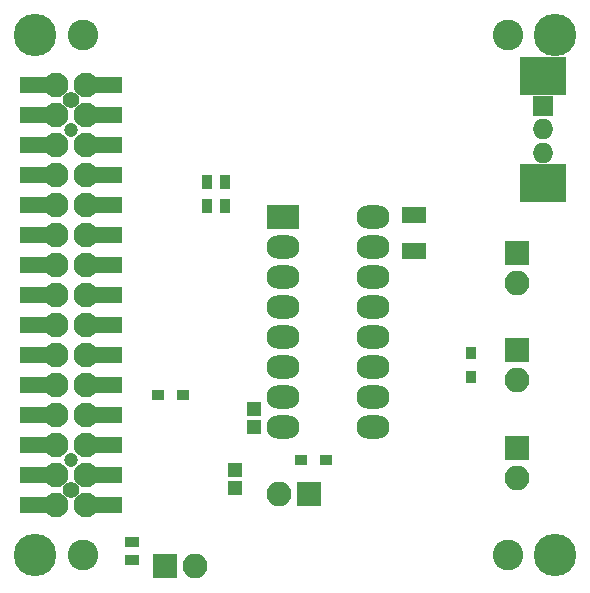
<source format=gts>
G04 #@! TF.FileFunction,Soldermask,Top*
%FSLAX46Y46*%
G04 Gerber Fmt 4.6, Leading zero omitted, Abs format (unit mm)*
G04 Created by KiCad (PCBNEW 4.0.7) date 09/04/18 00:29:55*
%MOMM*%
%LPD*%
G01*
G04 APERTURE LIST*
%ADD10C,0.100000*%
%ADD11C,3.600000*%
%ADD12R,1.150000X1.200000*%
%ADD13C,2.600000*%
%ADD14R,2.100000X2.100000*%
%ADD15O,2.100000X2.100000*%
%ADD16R,2.000000X1.400000*%
%ADD17R,2.800000X2.000000*%
%ADD18O,2.800000X2.000000*%
%ADD19R,1.300000X0.900000*%
%ADD20R,3.900000X3.200000*%
%ADD21R,1.750000X1.750000*%
%ADD22O,1.750000X1.750000*%
%ADD23R,0.850000X1.000000*%
%ADD24R,1.000000X0.850000*%
%ADD25R,0.900000X1.300000*%
%ADD26C,1.200000*%
%ADD27C,1.400000*%
%ADD28R,3.550000X1.400000*%
%ADD29C,2.100000*%
G04 APERTURE END LIST*
D10*
D11*
X107000000Y-130000000D03*
D12*
X123939000Y-124352000D03*
X123939000Y-122852000D03*
D11*
X107000000Y-86000000D03*
X151000000Y-86000000D03*
X151000000Y-130000000D03*
D13*
X111000000Y-130000000D03*
X111000000Y-86000000D03*
X147000000Y-86000000D03*
X147000000Y-130000000D03*
D14*
X118000000Y-131000000D03*
D15*
X120540000Y-131000000D03*
D16*
X139052000Y-101274000D03*
X139052000Y-104274000D03*
D14*
X147815000Y-112680000D03*
D15*
X147815000Y-115220000D03*
D17*
X128003000Y-101377000D03*
D18*
X135623000Y-119157000D03*
X128003000Y-103917000D03*
X135623000Y-116617000D03*
X128003000Y-106457000D03*
X135623000Y-114077000D03*
X128003000Y-108997000D03*
X135623000Y-111537000D03*
X128003000Y-111537000D03*
X135623000Y-108997000D03*
X128003000Y-114077000D03*
X135623000Y-106457000D03*
X128003000Y-116617000D03*
X135623000Y-103917000D03*
X128003000Y-119157000D03*
X135623000Y-101377000D03*
D14*
X147815000Y-120935000D03*
D15*
X147815000Y-123475000D03*
D14*
X147815000Y-104425000D03*
D15*
X147815000Y-106965000D03*
D12*
X125488400Y-117670400D03*
X125488400Y-119170400D03*
D19*
X115176000Y-128948000D03*
X115176000Y-130448000D03*
D20*
X150000000Y-98500000D03*
D21*
X150000000Y-92000000D03*
D22*
X150000000Y-94000000D03*
X150000000Y-96000000D03*
D20*
X150000000Y-89500000D03*
D23*
X143878000Y-115000000D03*
X143878000Y-112900000D03*
D24*
X117428000Y-116490000D03*
X119528000Y-116490000D03*
X129493000Y-121951000D03*
X131593000Y-121951000D03*
D25*
X123038000Y-100488000D03*
X121538000Y-100488000D03*
X123038000Y-98456000D03*
X121538000Y-98456000D03*
D14*
X130162000Y-124872000D03*
D15*
X127622000Y-124872000D03*
D26*
X110000000Y-121970000D03*
D27*
X110000000Y-124510000D03*
D26*
X110000000Y-94030000D03*
D28*
X107475000Y-90220000D03*
X107475000Y-102920000D03*
X107475000Y-100380000D03*
X107475000Y-97840000D03*
X107475000Y-95300000D03*
X107475000Y-92760000D03*
D26*
X106825000Y-90220000D03*
D28*
X112525000Y-90220000D03*
X112525000Y-92760000D03*
X112525000Y-95300000D03*
X112525000Y-97840000D03*
X112525000Y-100380000D03*
X112525000Y-102920000D03*
X107475000Y-105460000D03*
X112525000Y-105460000D03*
X107475000Y-108000000D03*
X112525000Y-108000000D03*
X107475000Y-110540000D03*
X112525000Y-110540000D03*
X107475000Y-113080000D03*
X112525000Y-113080000D03*
X107475000Y-115620000D03*
X112525000Y-115620000D03*
X107475000Y-118160000D03*
X112525000Y-118160000D03*
X107475000Y-120700000D03*
X112525000Y-120700000D03*
X107475000Y-123240000D03*
X112525000Y-123240000D03*
X107475000Y-125780000D03*
X112525000Y-125780000D03*
D26*
X106825000Y-92760000D03*
X106825000Y-95300000D03*
X106825000Y-97840000D03*
X106825000Y-100380000D03*
X106825000Y-102920000D03*
X106825000Y-105460000D03*
X106825000Y-108000000D03*
X106825000Y-110540000D03*
X106825000Y-113080000D03*
X106825000Y-115620000D03*
X106825000Y-118160000D03*
X106825000Y-120700000D03*
X106825000Y-123240000D03*
X106825000Y-125780000D03*
X113175000Y-90220000D03*
X113175000Y-92760000D03*
X113175000Y-95300000D03*
X113175000Y-97840000D03*
X113175000Y-100380000D03*
X113175000Y-102920000D03*
X113175000Y-105460000D03*
X113175000Y-108000000D03*
X113175000Y-110540000D03*
X113175000Y-113080000D03*
X113175000Y-115620000D03*
X113175000Y-118160000D03*
X113175000Y-120700000D03*
X113175000Y-123240000D03*
X113175000Y-125780000D03*
D27*
X110000000Y-91490000D03*
D29*
X108730000Y-90220000D03*
X111270000Y-90220000D03*
X108730000Y-92760000D03*
X111270000Y-92760000D03*
X108730000Y-95300000D03*
X111270000Y-95300000D03*
X108730000Y-97840000D03*
X111270000Y-97840000D03*
X108730000Y-100380000D03*
X111270000Y-100380000D03*
X108730000Y-102920000D03*
X111270000Y-102920000D03*
X108730000Y-105460000D03*
X111270000Y-105460000D03*
X108730000Y-108000000D03*
X111270000Y-108000000D03*
X108730000Y-110540000D03*
X111270000Y-110540000D03*
X108730000Y-113080000D03*
X111270000Y-113080000D03*
X108730000Y-115620000D03*
X111270000Y-115620000D03*
X108730000Y-118160000D03*
X111270000Y-118160000D03*
X108730000Y-120700000D03*
X111270000Y-120700000D03*
X108730000Y-123240000D03*
X111270000Y-123240000D03*
X108730000Y-125780000D03*
X111270000Y-125780000D03*
M02*

</source>
